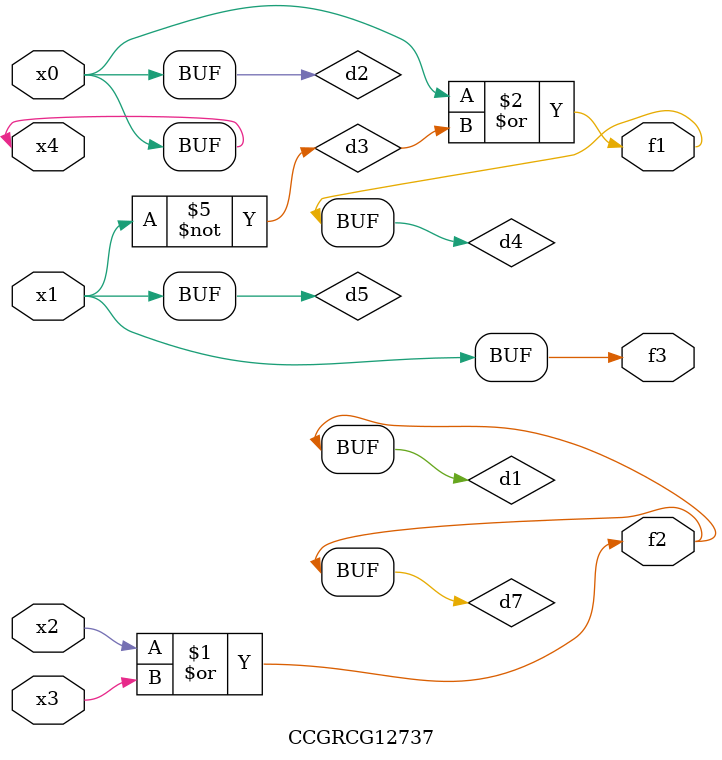
<source format=v>
module CCGRCG12737(
	input x0, x1, x2, x3, x4,
	output f1, f2, f3
);

	wire d1, d2, d3, d4, d5, d6, d7;

	or (d1, x2, x3);
	buf (d2, x0, x4);
	not (d3, x1);
	or (d4, d2, d3);
	not (d5, d3);
	nand (d6, d1, d3);
	or (d7, d1);
	assign f1 = d4;
	assign f2 = d7;
	assign f3 = d5;
endmodule

</source>
